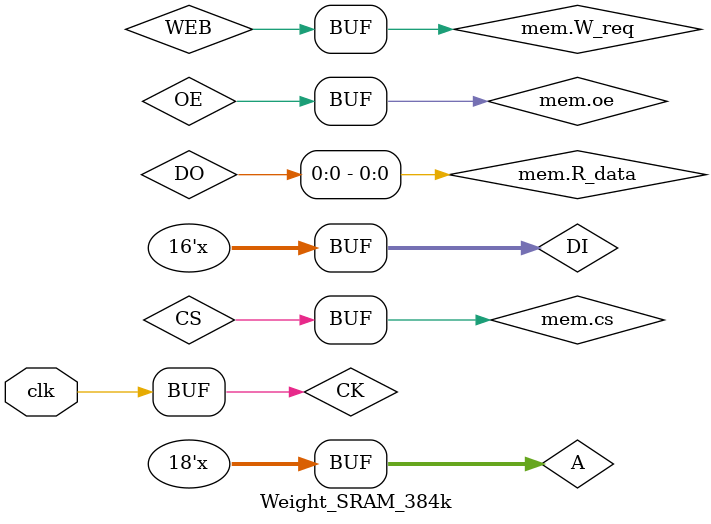
<source format=sv>
`include "sram_buffer/SRAM_16b_32768w_64k.sv"
`include "include/single_port_ram_intf.sv"


module Weight_SRAM_384k (
    input logic                    clk,
          SinglePortRamIntf.memory mem
);

  logic        CK;
  logic        CS;
  logic        OE;
  logic        WEB;
  logic [17:0] A;
  logic [15:0] DI;
  logic [15:0] DO;

  logic [17:0] latched_A;
  logic [15:0] _DO       [0:5];

  assign CK = clk;
  assign CS = mem.cs;
  assign OE = mem.oe;
  assign A = mem.addr[17:0];
  assign DI = mem.W_data[15:0];
  assign WEB = mem.W_req;
  assign mem.R_data = {{16{DO[15]}}, DO};

  always_ff @(posedge CK) latched_A <= A;

  always_comb begin
    DO = 16'b0;
    case (latched_A[17:15])
      3'h0: DO = _DO[0];
      3'h1: DO = _DO[1];
      3'h2: DO = _DO[2];
      3'h3: DO = _DO[3];
      3'h4: DO = _DO[4];
      3'h5: DO = _DO[5];
      3'h6: DO = 16'bz;
      3'h7: DO = 16'bz;
    endcase
  end

  genvar g;
  generate
    for (g = 0; g < 6; g = g + 1) begin : SRAM_blk
      logic _CS;
      logic _OE;
      logic _WEB;

      assign _CS  = A[17:15] == g[2:0] ? CS : 1'b0;
      assign _OE  = latched_A[17:15] == g[2:0] ? OE : 1'b0;
      assign _WEB = A[17:15] == g[2:0] ? WEB : 1'b1;

      SRAM_16b_32768w_64k i_SRAM_16b_32768w_64k (
          .CK (CK),
          .CS (_CS),
          .OE (_OE),
          .WEB(_WEB),
          .A  (A[14:0]),
          .DI (DI),
          .DO (_DO[g])
      );
    end : SRAM_blk
  endgenerate

endmodule

</source>
